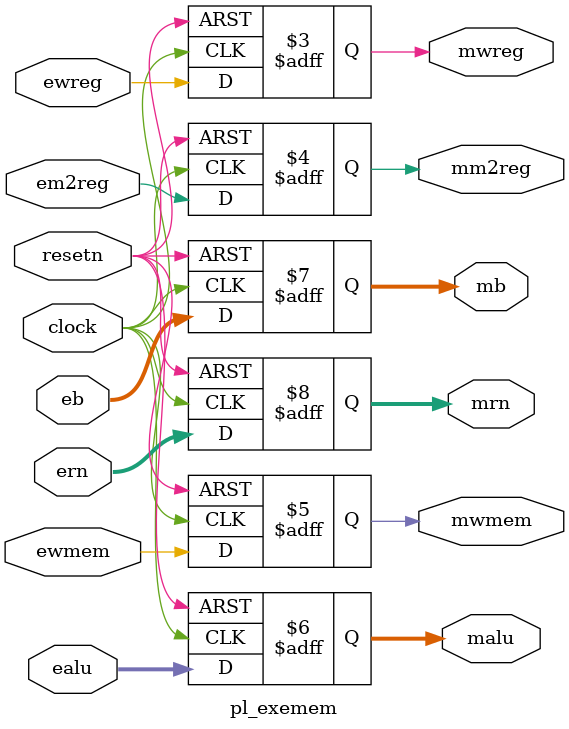
<source format=v>
module pl_exemem (clock, resetn,
				  ewreg, em2reg, ewmem, ealu, eb, ern,  
				  mwreg, mm2reg, mwmem, malu, mb, mrn);
	input clock, resetn;
	input ewreg, em2reg, ewmem;
	input [31:0] ealu, eb;
	input [4:0] ern;

	output reg mwreg, mm2reg, mwmem;
	output reg [31:0] malu, mb;
	output reg [4:0] mrn;

	always @(posedge clock or negedge resetn)
	begin
		if (!resetn)
		begin
			mwreg <= 0;
			mm2reg <= 0;
			mwmem <= 0;
			malu <= 0;
			mb <= 0;
			mrn <= 0;
		end
		else 
		begin
			mwreg <= ewreg;
			mm2reg <= em2reg;
			mwmem <= ewmem;
			malu <= ealu;
			mb <= eb;
			mrn <= ern;
		end
		
	end
endmodule
</source>
